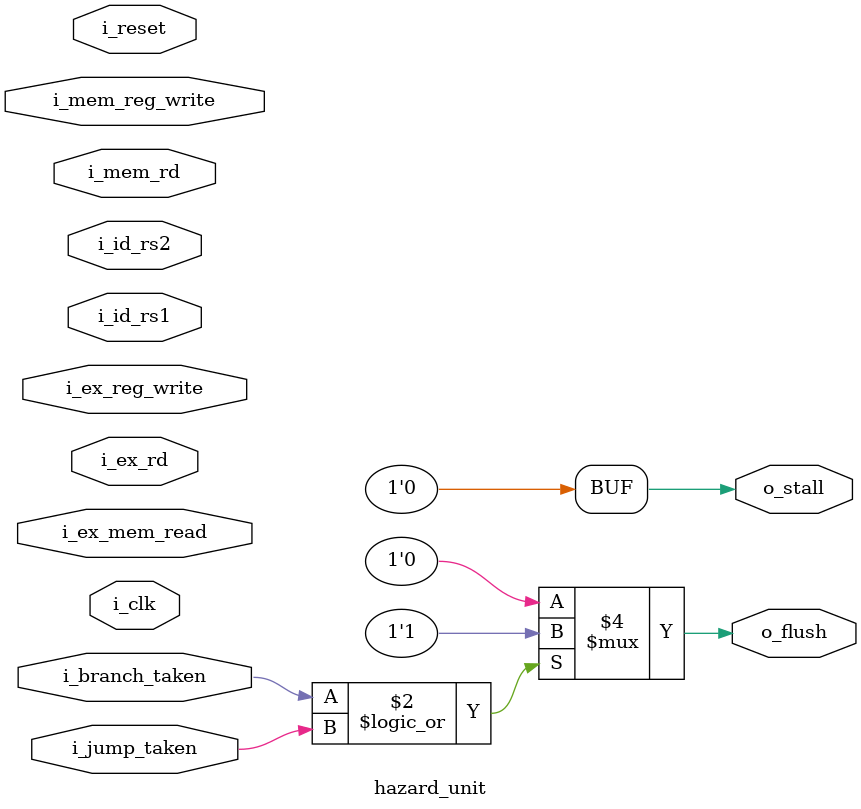
<source format=sv>

module hazard_unit (
    input logic i_clk,
    input logic i_reset,
    
    // Register dependencies
    input logic [4:0] i_id_rs1,          // Source register 1 in ID stage
    input logic [4:0] i_id_rs2,          // Source register 2 in ID stage
    input logic [4:0] i_ex_rd,           // Destination register in EX stage
    input logic [4:0] i_mem_rd,          // Destination register in MEM stage
    
    // Instruction types
    input logic i_ex_mem_read,            // Load instruction in EX stage
    input logic i_ex_reg_write,           // Register write in EX stage
    input logic i_mem_reg_write,          // Register write in MEM stage
    
    // Branch/jump detection
    input logic i_branch_taken,           // Branch taken signal
    input logic i_jump_taken,             // Jump taken signal
    
    // Hazard outputs
    output logic o_stall,                 // Stall pipeline
    output logic o_flush                  // Flush pipeline stages
);

    // For now, just stub out the hazard unit
    // In a real implementation, this would detect:
    // 1. Load-use data hazards
    // 2. Control hazards (branches/jumps)
    // 3. Structural hazards
    
    always_comb begin
        o_stall = 1'b0;
        o_flush = 1'b0;
        
        // TODO: Implement proper hazard detection logic
        
        // Stub: Flush on branches and jumps to handle control hazards
        if (i_branch_taken || i_jump_taken) begin
            o_flush = 1'b1;
        end
        
        // TODO: Add load-use hazard detection
        // if (i_ex_mem_read && 
        //     ((i_ex_rd == i_id_rs1) || (i_ex_rd == i_id_rs2)) &&
        //     (i_ex_rd != 5'b0)) begin
        //     o_stall = 1'b1;
        // end
    end

endmodule

</source>
